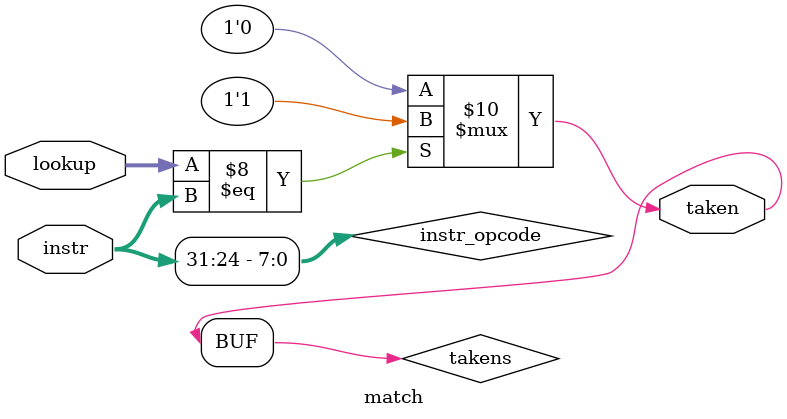
<source format=sv>
`define opcode 31:26
`define addition 6'b001000 
`define multiplication 6'b111111 
`define source_register1 25:21
`define source_register2 20:16
`define dest_register    15:11

module CDB(rst,clk,instr,bus_out,
r_tag_flr2rsm,
r_tag_rsm2flr,
r_tag_flr2rsa,
r_tag_rsa2flr,
r_id_dest_flr2rs,
r_id_dest_rsa2flr,
r_id_dest_rsm2flr,
r_flr_data1,
r_flr_data2,
r_data_dest_m,
r_data_dest_a         
);
input  wire [31:0] instr;
output reg [31:0] bus_out;
input wire rst;
input wire clk;
 wire  [4:0] tag_flr2rsm_1,tag_flr2rsm_2,tag_rsm2flr,tag_flr2rsa_1,tag_flr2rsa_2,tag_rsa2flr,id_dest_flr2rs,id_dest_rsa2flr,id_dest_rsm2flr;
 wire [31:0] flr_data1_a,flr_data2_a,flr_data1_m,flr_data2_m,data_dest_m,data_dest_a;
wire [5:0] opcode2rs;
reg [31:0] data_dest;

output reg [4:0] r_tag_flr2rsm;                       
output reg [4:0] r_tag_rsm2flr;                       
output reg [4:0] r_tag_flr2rsa;                       
output reg [4:0] r_tag_rsa2flr;                       
output reg [4:0] r_id_dest_flr2rs;                    
output reg [4:0] r_id_dest_rsa2flr;                   
output reg [4:0] r_id_dest_rsm2flr;                   
output reg [31:0] r_flr_data1;                        
output reg [31:0] r_flr_data2;                        
output reg [31:0] r_data_dest_m;                      
output reg [31:0] r_data_dest_a;   

assign bus_out=data_dest;
reservation_add reservation1 (clk,rst,
tag_flr2rsa_1,tag_flr2rsa_2,//tag_flr2rsa_1 needs one more, such as tag_flr2rsa_2
tag_rsa2flr,
id_dest_flr2rs,
flr_data1_a,flr_data2_a,
data_dest_a,id_dest_rsa2flr,
opcode2rs,tag_rsm2flr
);
reservation_mul reservation0 (clk,rst,
tag_flr2rsm_1,tag_flr2rsm_2,//tag_flr2rsm_1 needs one more, such as tag_flr2rsm_2
tag_rsm2flr,
id_dest_flr2rs,
flr_data1_m,flr_data2_m,
data_dest_m,id_dest_rsm2flr,
opcode2rs,tag_rsa2flr
);
FLR flr0(clk,rst,
        tag_flr2rsa_1,tag_flr2rsa_2,
				tag_rsa2flr,
				tag_flr2rsm_1,tag_flr2rsm_2,
				tag_rsm2flr,
        instr[`source_register1],instr[`source_register2],id_dest_flr2rs,id_dest_rsm2flr,
				id_dest_rsa2flr,
		flr_data1_a,flr_data2_a,
		flr_data1_m,flr_data2_m,
		data_dest_m,data_dest_a,instr,opcode2rs); 
		always @(flr_data1_a,flr_data2_a) begin
		r_flr_data1        =flr_data1_a        ;
		r_flr_data2        =flr_data2_a       ;		
		end 
		always @(flr_data1_m,flr_data2_m) begin
		r_flr_data1        =flr_data1_m        ;
		r_flr_data2        =flr_data2_m       ;		
		end 		
	always @(posedge clk,rst)begin
		if (rst==1) begin 
		end 	else begin 
r_tag_flr2rsm      =tag_flr2rsm_1      ;
r_tag_rsm2flr      =tag_rsm2flr      ;
r_tag_flr2rsa      =tag_flr2rsa_1      ;
r_tag_rsa2flr      =tag_rsa2flr      ;
r_id_dest_flr2rs   =id_dest_flr2rs   ;
r_id_dest_rsa2flr  =id_dest_rsa2flr  ;
r_id_dest_rsm2flr  =id_dest_rsm2flr  ;
//r_flr_data1        =flr_data1        ;
//r_flr_data2        =flr_data2        ;
r_data_dest_m      =data_dest_m      ;
r_data_dest_a      =data_dest_a      ; 			
		end 
	end
endmodule

/*arf2rrf: input is instruction, output is the 32 bit data .
输入其实是logic寄存器的序号，这个程序处理是根据logic寄存器
序号分配寄存器，输出寄存器的32位数据
*/
//----------------------------------------------------------------------------------------------------
module arf2rrf( ins,rst,data);
input  wire [31:0] ins;
input  wire  rst;
output reg [31:0] data;
//ARF: DATA 32bit, busy 1 bit, Tag 5 bit.
reg  [37:0]ARF[0:4];
//RRF: DATA 32bit, valid 1 bit, busy 1 bit.
reg  [33:0]RRF[0:4];
	always @(ins,rst)begin
	//if the opcode is 000000 then the dest is [15:11]
	//else the dest is [20:11]
	if (ins[31:26]==6'b000000) begin 
		for(integer n1=0;n1<32;n1++)begin
		  if(RRF[n1]&34'h0001==34'h0000)begin 
			  RRF[n1]=RRF[n1]|34'h000000001;//set   first bit, busy bit 
			  RRF[n1]=RRF[n1]&34'h3fffffffd;//reset 2nd bit, valid bit 
			  ARF[ins[15:11]]=n1;//UPDATE the map table with the rename reg tag 
			  ARF=ARF|38'h00000000020;//set the ARF busy bit 
		  break;
		  end		  
    end	
	end 
	data=ARF[0]>>8;//2;// 什么时候结束exe?
  end
endmodule 
//----------------------------------------------------------------------------------------------------
module ROB_RenameRF( ins,rst );
input  wire [31:0] ins;
input  wire  rst;
reg  [4:0] RealiasTable[0:4];
//reg  [31:0] physRspecifier[0:7];
reg  [4:0] physRspecifier[0:4];
reg  [4:0] freeList[0:4];
reg  [31:0] RenameRFarr[0:15];
//ARF: DATA 32bit, busy 1 bit, Tag 5 bit.
reg  [37:0]ARF[0:4];
//RRF: DATA 32bit, valid 1 bit, busy 1 bit.
reg  [33:0]RRF[0:4];

//reg  [35:0] rob_arr[0:7];
reg  [59:0] rob_arr[0:7];
	//ins[25:21];//instruction field [25:21]is the number of physical register file port a 
	//ins[20:16];//instruction field [20:16]is the number of physical register file port b
//Syntax:   add $d,$s,$t
//Encoding: 0000 00ss ssst tttt dddd d000 0010 0000    
	//assign rob_arr[7]=(ins[31:0]<<1)|(ready_done<<32)
	//|(destination<<40);
	always @(ins,rst)begin
	//physRspecifier[ins[25:21]]=1;//? 1 indicate is used
	//if the opcode is 000000 then the dest is [15:11]
	//else the dest is [20:11]
	if (ins[31:26]==6'b000000) begin 
	RealiasTable[0]=ins[15:11];
		for(integer n1=0;n1<32;n1++)begin
		  if(RRF[n1]&34'h0001==34'h0000)begin 
          RRF[n1]=RRF[n1]|34'h000000001;//set   first bit, busy bit 
		  RRF[n1]=RRF[n1]&34'h3fffffffd;//reset 2nd bit, valid bit 
		  ARF[ins[15:11]]=n1;//UPDATE the map table with the rename reg tag 
		  ARF=ARF|38'h00000000020;//set the ARF busy bit 
		  break;
		  end		  
        end	
	end 
	else 
	RealiasTable[0]=ins[20:16];
	//RealiasTable:index number is physical regs, content is logic regs 
    for(integer n=0;n<32;n++)begin
	RealiasTable[n]=RealiasTable[0];
    end
	end
endmodule 

//----------------------------------------------------------------------------------------------------
module INTSR_QUE(intr,intr_out);
	input [31:0] intr;
	output [31:0] intr_out;
	wire [31:0] que[0:5];
	assign que[0]=intr;
	assign que[1]=que[0];
	assign que[2]=que[1];
	assign que[3]=que[2];
	assign que[4]=que[3];
	assign que[5]=que[4];
	assign intr_out=que[5];
endmodule
//----------------------------------------------------------------------------------------------------
//Field        opcode       rs           rd              address
//Bit positions 31:26       25:21         20:16            15:0
module BTB(instr_in,brc_add,tag_pc,rst,take);
    input [31:0] instr_in;
    reg [31:0] instr_in;
	input [31:0] brc_add;
	input [31:0] tag_pc;
	input rst;
	output take;
	reg take;
	//check the instr if it is branch type: 
	//if it is, then while fetch stage, check the lookup array whether it match one of the entry
	reg  [31:0] lookup[0:15];
	//take some part of bits of instruction as the index of lookup[index], if(lookup[..]==instruciton) then take the branch
	//what is the range of bit represent the entry 
	reg [15:0] taken;
	//reg entry_cnt[7:0];
	//integer entry_cnt;
	reg [7:0]entry_cnt;
wire [5:0] instr_opcode;
assign instr_opcode=instr_in[31:26];	
    genvar i;
    generate
    for (i = 0; i <= 15; i = i + 1) begin
      match     match0(lookup[i],instr_in,taken[i]);
    end
    endgenerate
	

	always @(instr_opcode,rst)begin

	if(rst==1)
	begin		
		entry_cnt=0;
	   //assign taken=0;  //must not use assgin here, otherwise the value always be 0
	end	  		
	if (instr_opcode==6'b000100) begin //beq opcode is 0001 00	
	//if vector "taken" is not zero then there is at least one mach
				if (taken==16'h0000) begin //if "taken" is zero and the BTB is full then delete the oldest entry of the BTB, replace with this instruction 
				//if the BTB is not full just append this instruction in the end 
						if (entry_cnt <=15) begin 
							lookup[entry_cnt]=instr_in;
							entry_cnt++;
							end 
						else begin 
					//BTB is full then delete the oldest entry of the BTB
					lookup[0 ]=lookup[1];
					lookup[1 ]=lookup[2];
					lookup[2 ]=lookup[3];
					lookup[3 ]=lookup[4];
					lookup[4 ]=lookup[5];
					lookup[5 ]=lookup[6];
					lookup[6 ]=lookup[7];
					lookup[7 ]=lookup[8];
					lookup[8 ]=lookup[9];
					lookup[9 ]=lookup[10];
					lookup[10]=lookup[11];
					lookup[11]=lookup[12];
					lookup[12]=lookup[13];
					lookup[13]=lookup[14];
					lookup[14]=lookup[15];
					lookup[15]=instr_in;					
						end 
						take=0;
				end else begin
						take = 1;
						end 
				end		
    else begin 
	     if (taken!=16'h0000) begin
		 take = 1;
		 end
    end 
	
	end
endmodule
//----------------------------------------------------------------------------------------------------
module match(lookup,instr,taken);
input [31:0] lookup ;
input [31:0] instr ;//[...] must be in front of name, otherwise the "always" can only detect one bit 
wire [31:0] instr ;
wire [7:0] instr_opcode;
output taken;// taken is one bit
wire taken;
//reg taken;
//reg instr [31:0];
reg takens;
integer instmp;

assign instr_opcode=instr[31:24];
//assign  taken=1;
assign  taken=takens;
 //initial begin
	//assign instmp[31:0]=instr[31:0]; 
	//instmp= $bits(instr);
	//instmp = $unsigned(instr);
	//
	//instr = 32'b01010101010101010101010101010101;
	//instmp = instr;

	always @(instr_opcode)begin
	//always @(instr[31])begin
	//always @(integer(instr))begin
	//assign taken=takens;
	//taken<=takens;
			if (lookup==instr) begin
			 //assign  taken=1;
			takens=1;
			 //taken<=takens;
			end
		    else begin
			//assign  taken=0;
		takens=0;
			end
	end
//end 
endmodule

// import the multiplier from the previous lab
// as the FP MULTIPLIER


</source>
